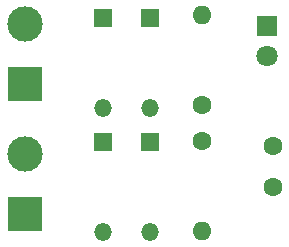
<source format=gbr>
%TF.GenerationSoftware,KiCad,Pcbnew,8.0.7*%
%TF.CreationDate,2025-03-08T23:36:54+05:30*%
%TF.ProjectId,1_AC to DC Converter,315f4143-2074-46f2-9044-4320436f6e76,rev?*%
%TF.SameCoordinates,Original*%
%TF.FileFunction,Soldermask,Top*%
%TF.FilePolarity,Negative*%
%FSLAX46Y46*%
G04 Gerber Fmt 4.6, Leading zero omitted, Abs format (unit mm)*
G04 Created by KiCad (PCBNEW 8.0.7) date 2025-03-08 23:36:54*
%MOMM*%
%LPD*%
G01*
G04 APERTURE LIST*
%ADD10R,1.500000X1.500000*%
%ADD11O,1.500000X1.500000*%
%ADD12C,1.600000*%
%ADD13O,1.600000X1.600000*%
%ADD14R,3.000000X3.000000*%
%ADD15C,3.000000*%
%ADD16R,1.800000X1.800000*%
%ADD17C,1.800000*%
G04 APERTURE END LIST*
D10*
%TO.C,D1*%
X139156304Y-79437456D03*
D11*
X139156304Y-87057456D03*
%TD*%
D12*
%TO.C,R2*%
X147500000Y-86810000D03*
D13*
X147500000Y-79190000D03*
%TD*%
D12*
%TO.C,C1*%
X153500000Y-90244817D03*
X153500000Y-93744817D03*
%TD*%
D14*
%TO.C,J2*%
X132500000Y-96040000D03*
D15*
X132500000Y-90960000D03*
%TD*%
D14*
%TO.C,J1*%
X132500000Y-85040000D03*
D15*
X132500000Y-79960000D03*
%TD*%
D16*
%TO.C,D5*%
X153015879Y-80128838D03*
D17*
X153015879Y-82668838D03*
%TD*%
D10*
%TO.C,D4*%
X143156304Y-89937456D03*
D11*
X143156304Y-97557456D03*
%TD*%
D12*
%TO.C,R1*%
X147500000Y-89870971D03*
D13*
X147500000Y-97490971D03*
%TD*%
D10*
%TO.C,D2*%
X139156304Y-89937456D03*
D11*
X139156304Y-97557456D03*
%TD*%
D10*
%TO.C,D3*%
X143156304Y-79437456D03*
D11*
X143156304Y-87057456D03*
%TD*%
M02*

</source>
